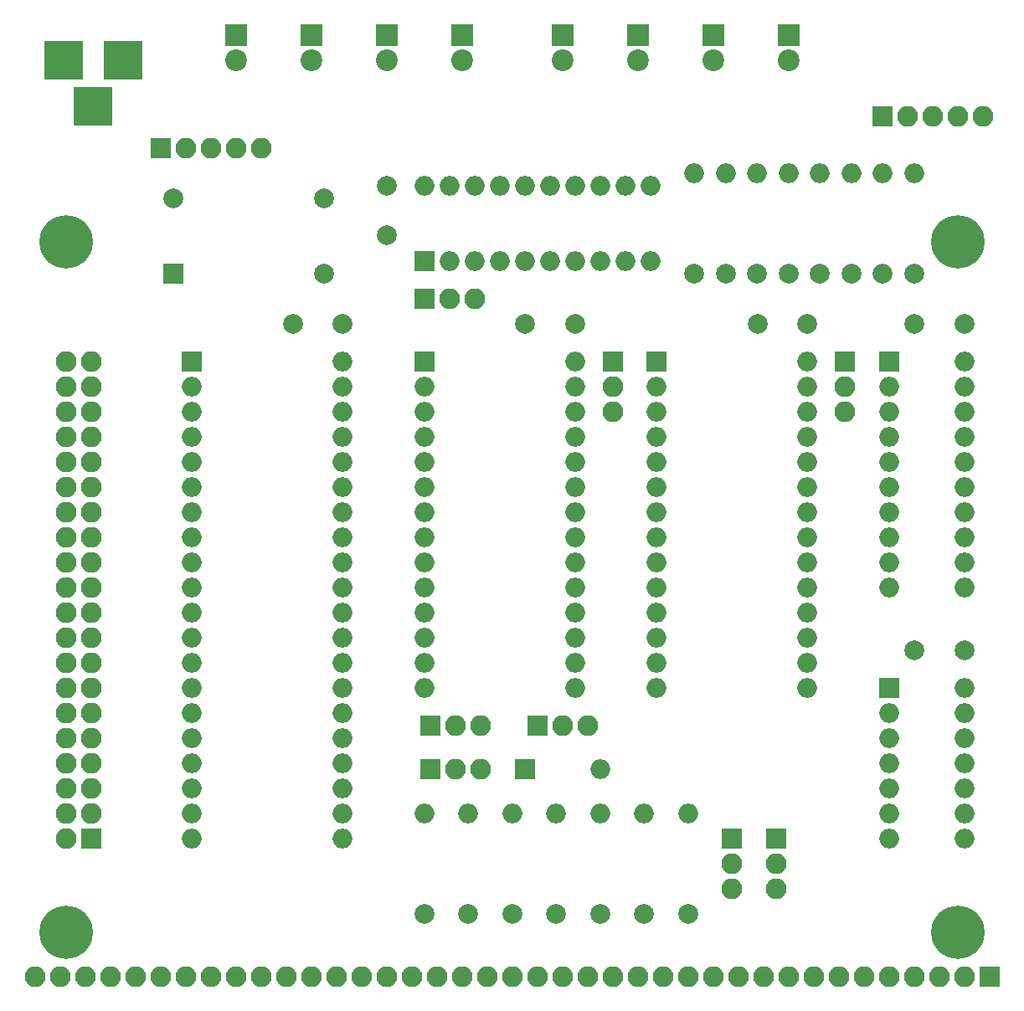
<source format=gbs>
G04 #@! TF.GenerationSoftware,KiCad,Pcbnew,(5.1.5)-3*
G04 #@! TF.CreationDate,2020-04-10T18:54:42+02:00*
G04 #@! TF.ProjectId,RC1802 CPU,52433138-3032-4204-9350-552e6b696361,rev?*
G04 #@! TF.SameCoordinates,Original*
G04 #@! TF.FileFunction,Soldermask,Bot*
G04 #@! TF.FilePolarity,Negative*
%FSLAX46Y46*%
G04 Gerber Fmt 4.6, Leading zero omitted, Abs format (unit mm)*
G04 Created by KiCad (PCBNEW (5.1.5)-3) date 2020-04-10 18:54:42*
%MOMM*%
%LPD*%
G04 APERTURE LIST*
%ADD10R,2.000000X2.000000*%
%ADD11C,2.000000*%
%ADD12C,5.400000*%
%ADD13R,2.100000X2.100000*%
%ADD14O,2.100000X2.100000*%
%ADD15O,2.000000X2.000000*%
%ADD16R,3.900000X3.900000*%
%ADD17R,2.200000X2.200000*%
%ADD18C,2.200000*%
G04 APERTURE END LIST*
D10*
X115570000Y-74930000D03*
D11*
X115570000Y-67310000D03*
X130810000Y-67310000D03*
X130810000Y-74930000D03*
X195580000Y-113030000D03*
X190580000Y-113030000D03*
X132715000Y-80010000D03*
X127715000Y-80010000D03*
X137160000Y-66040000D03*
X137160000Y-71040000D03*
X195580000Y-80010000D03*
X190580000Y-80010000D03*
X156210000Y-80010000D03*
X151210000Y-80010000D03*
D12*
X104775000Y-141605000D03*
X104775000Y-71755000D03*
D13*
X172085000Y-132080000D03*
D14*
X172085000Y-134620000D03*
X172085000Y-137160000D03*
D13*
X183515000Y-83820000D03*
D14*
X183515000Y-86360000D03*
X183515000Y-88900000D03*
D11*
X140970000Y-139700000D03*
D15*
X140970000Y-129540000D03*
D11*
X145415000Y-139700000D03*
D15*
X145415000Y-129540000D03*
D11*
X149860000Y-139700000D03*
D15*
X149860000Y-129540000D03*
D11*
X154305000Y-139700000D03*
D15*
X154305000Y-129540000D03*
D11*
X158750000Y-139700000D03*
D15*
X158750000Y-129540000D03*
D11*
X163195000Y-139700000D03*
D15*
X163195000Y-129540000D03*
D11*
X167640000Y-139700000D03*
D15*
X167640000Y-129540000D03*
D12*
X194945000Y-141605000D03*
X194945000Y-71755000D03*
D13*
X198120000Y-146050000D03*
D14*
X195580000Y-146050000D03*
X193040000Y-146050000D03*
X190500000Y-146050000D03*
X187960000Y-146050000D03*
X185420000Y-146050000D03*
X182880000Y-146050000D03*
X180340000Y-146050000D03*
X177800000Y-146050000D03*
X175260000Y-146050000D03*
X172720000Y-146050000D03*
X170180000Y-146050000D03*
X167640000Y-146050000D03*
X165100000Y-146050000D03*
X162560000Y-146050000D03*
X160020000Y-146050000D03*
X157480000Y-146050000D03*
X154940000Y-146050000D03*
X152400000Y-146050000D03*
X149860000Y-146050000D03*
X147320000Y-146050000D03*
X144780000Y-146050000D03*
X142240000Y-146050000D03*
X139700000Y-146050000D03*
X137160000Y-146050000D03*
X134620000Y-146050000D03*
X132080000Y-146050000D03*
X129540000Y-146050000D03*
X127000000Y-146050000D03*
X124460000Y-146050000D03*
X121920000Y-146050000D03*
X119380000Y-146050000D03*
X116840000Y-146050000D03*
X114300000Y-146050000D03*
X111760000Y-146050000D03*
X109220000Y-146050000D03*
X106680000Y-146050000D03*
X104140000Y-146050000D03*
X101600000Y-146050000D03*
D16*
X110490000Y-53340000D03*
X104490000Y-53340000D03*
X107490000Y-58040000D03*
D13*
X176530000Y-132080000D03*
D14*
X176530000Y-134620000D03*
X176530000Y-137160000D03*
D10*
X187960000Y-116840000D03*
D15*
X195580000Y-132080000D03*
X187960000Y-119380000D03*
X195580000Y-129540000D03*
X187960000Y-121920000D03*
X195580000Y-127000000D03*
X187960000Y-124460000D03*
X195580000Y-124460000D03*
X187960000Y-127000000D03*
X195580000Y-121920000D03*
X187960000Y-129540000D03*
X195580000Y-119380000D03*
X187960000Y-132080000D03*
X195580000Y-116840000D03*
D10*
X117475000Y-83820000D03*
D15*
X132715000Y-132080000D03*
X117475000Y-86360000D03*
X132715000Y-129540000D03*
X117475000Y-88900000D03*
X132715000Y-127000000D03*
X117475000Y-91440000D03*
X132715000Y-124460000D03*
X117475000Y-93980000D03*
X132715000Y-121920000D03*
X117475000Y-96520000D03*
X132715000Y-119380000D03*
X117475000Y-99060000D03*
X132715000Y-116840000D03*
X117475000Y-101600000D03*
X132715000Y-114300000D03*
X117475000Y-104140000D03*
X132715000Y-111760000D03*
X117475000Y-106680000D03*
X132715000Y-109220000D03*
X117475000Y-109220000D03*
X132715000Y-106680000D03*
X117475000Y-111760000D03*
X132715000Y-104140000D03*
X117475000Y-114300000D03*
X132715000Y-101600000D03*
X117475000Y-116840000D03*
X132715000Y-99060000D03*
X117475000Y-119380000D03*
X132715000Y-96520000D03*
X117475000Y-121920000D03*
X132715000Y-93980000D03*
X117475000Y-124460000D03*
X132715000Y-91440000D03*
X117475000Y-127000000D03*
X132715000Y-88900000D03*
X117475000Y-129540000D03*
X132715000Y-86360000D03*
X117475000Y-132080000D03*
X132715000Y-83820000D03*
D10*
X187960000Y-83820000D03*
D15*
X195580000Y-106680000D03*
X187960000Y-86360000D03*
X195580000Y-104140000D03*
X187960000Y-88900000D03*
X195580000Y-101600000D03*
X187960000Y-91440000D03*
X195580000Y-99060000D03*
X187960000Y-93980000D03*
X195580000Y-96520000D03*
X187960000Y-96520000D03*
X195580000Y-93980000D03*
X187960000Y-99060000D03*
X195580000Y-91440000D03*
X187960000Y-101600000D03*
X195580000Y-88900000D03*
X187960000Y-104140000D03*
X195580000Y-86360000D03*
X187960000Y-106680000D03*
X195580000Y-83820000D03*
D13*
X107315000Y-132080000D03*
D14*
X104775000Y-132080000D03*
X107315000Y-129540000D03*
X104775000Y-129540000D03*
X107315000Y-127000000D03*
X104775000Y-127000000D03*
X107315000Y-124460000D03*
X104775000Y-124460000D03*
X107315000Y-121920000D03*
X104775000Y-121920000D03*
X107315000Y-119380000D03*
X104775000Y-119380000D03*
X107315000Y-116840000D03*
X104775000Y-116840000D03*
X107315000Y-114300000D03*
X104775000Y-114300000D03*
X107315000Y-111760000D03*
X104775000Y-111760000D03*
X107315000Y-109220000D03*
X104775000Y-109220000D03*
X107315000Y-106680000D03*
X104775000Y-106680000D03*
X107315000Y-104140000D03*
X104775000Y-104140000D03*
X107315000Y-101600000D03*
X104775000Y-101600000D03*
X107315000Y-99060000D03*
X104775000Y-99060000D03*
X107315000Y-96520000D03*
X104775000Y-96520000D03*
X107315000Y-93980000D03*
X104775000Y-93980000D03*
X107315000Y-91440000D03*
X104775000Y-91440000D03*
X107315000Y-88900000D03*
X104775000Y-88900000D03*
X107315000Y-86360000D03*
X104775000Y-86360000D03*
X107315000Y-83820000D03*
X104775000Y-83820000D03*
D13*
X160020000Y-83820000D03*
D14*
X160020000Y-86360000D03*
X160020000Y-88900000D03*
D17*
X121920000Y-50800000D03*
D18*
X121920000Y-53340000D03*
D17*
X129540000Y-50800000D03*
D18*
X129540000Y-53340000D03*
D17*
X137160000Y-50800000D03*
D18*
X137160000Y-53340000D03*
D17*
X144780000Y-50800000D03*
D18*
X144780000Y-53340000D03*
D17*
X154940000Y-50800000D03*
D18*
X154940000Y-53340000D03*
D17*
X162560000Y-50800000D03*
D18*
X162560000Y-53340000D03*
D17*
X170180000Y-50800000D03*
D18*
X170180000Y-53340000D03*
D17*
X177800000Y-50800000D03*
D18*
X177800000Y-53340000D03*
D13*
X140970000Y-77470000D03*
D14*
X143510000Y-77470000D03*
X146050000Y-77470000D03*
D11*
X168275000Y-74930000D03*
D15*
X168275000Y-64770000D03*
D11*
X171450000Y-74930000D03*
D15*
X171450000Y-64770000D03*
D11*
X174625000Y-74930000D03*
D15*
X174625000Y-64770000D03*
D11*
X177800000Y-74930000D03*
D15*
X177800000Y-64770000D03*
D11*
X180975000Y-74930000D03*
D15*
X180975000Y-64770000D03*
D11*
X184150000Y-74930000D03*
D15*
X184150000Y-64770000D03*
D11*
X187325000Y-74930000D03*
D15*
X187325000Y-64770000D03*
D11*
X190500000Y-74930000D03*
D15*
X190500000Y-64770000D03*
D10*
X140970000Y-73660000D03*
D15*
X163830000Y-66040000D03*
X143510000Y-73660000D03*
X161290000Y-66040000D03*
X146050000Y-73660000D03*
X158750000Y-66040000D03*
X148590000Y-73660000D03*
X156210000Y-66040000D03*
X151130000Y-73660000D03*
X153670000Y-66040000D03*
X153670000Y-73660000D03*
X151130000Y-66040000D03*
X156210000Y-73660000D03*
X148590000Y-66040000D03*
X158750000Y-73660000D03*
X146050000Y-66040000D03*
X161290000Y-73660000D03*
X143510000Y-66040000D03*
X163830000Y-73660000D03*
X140970000Y-66040000D03*
D11*
X179705000Y-80010000D03*
X174705000Y-80010000D03*
D10*
X140970000Y-83820000D03*
D15*
X156210000Y-116840000D03*
X140970000Y-86360000D03*
X156210000Y-114300000D03*
X140970000Y-88900000D03*
X156210000Y-111760000D03*
X140970000Y-91440000D03*
X156210000Y-109220000D03*
X140970000Y-93980000D03*
X156210000Y-106680000D03*
X140970000Y-96520000D03*
X156210000Y-104140000D03*
X140970000Y-99060000D03*
X156210000Y-101600000D03*
X140970000Y-101600000D03*
X156210000Y-99060000D03*
X140970000Y-104140000D03*
X156210000Y-96520000D03*
X140970000Y-106680000D03*
X156210000Y-93980000D03*
X140970000Y-109220000D03*
X156210000Y-91440000D03*
X140970000Y-111760000D03*
X156210000Y-88900000D03*
X140970000Y-114300000D03*
X156210000Y-86360000D03*
X140970000Y-116840000D03*
X156210000Y-83820000D03*
D10*
X164465000Y-83820000D03*
D15*
X179705000Y-116840000D03*
X164465000Y-86360000D03*
X179705000Y-114300000D03*
X164465000Y-88900000D03*
X179705000Y-111760000D03*
X164465000Y-91440000D03*
X179705000Y-109220000D03*
X164465000Y-93980000D03*
X179705000Y-106680000D03*
X164465000Y-96520000D03*
X179705000Y-104140000D03*
X164465000Y-99060000D03*
X179705000Y-101600000D03*
X164465000Y-101600000D03*
X179705000Y-99060000D03*
X164465000Y-104140000D03*
X179705000Y-96520000D03*
X164465000Y-106680000D03*
X179705000Y-93980000D03*
X164465000Y-109220000D03*
X179705000Y-91440000D03*
X164465000Y-111760000D03*
X179705000Y-88900000D03*
X164465000Y-114300000D03*
X179705000Y-86360000D03*
X164465000Y-116840000D03*
X179705000Y-83820000D03*
D13*
X114300000Y-62230000D03*
D14*
X116840000Y-62230000D03*
X119380000Y-62230000D03*
X121920000Y-62230000D03*
X124460000Y-62230000D03*
D10*
X151130000Y-125095000D03*
D15*
X158750000Y-125095000D03*
D13*
X152400000Y-120650000D03*
D14*
X154940000Y-120650000D03*
X157480000Y-120650000D03*
D13*
X141605000Y-120650000D03*
D14*
X144145000Y-120650000D03*
X146685000Y-120650000D03*
D13*
X141605000Y-125095000D03*
D14*
X144145000Y-125095000D03*
X146685000Y-125095000D03*
D13*
X187325000Y-59055000D03*
D14*
X189865000Y-59055000D03*
X192405000Y-59055000D03*
X194945000Y-59055000D03*
X197485000Y-59055000D03*
M02*

</source>
